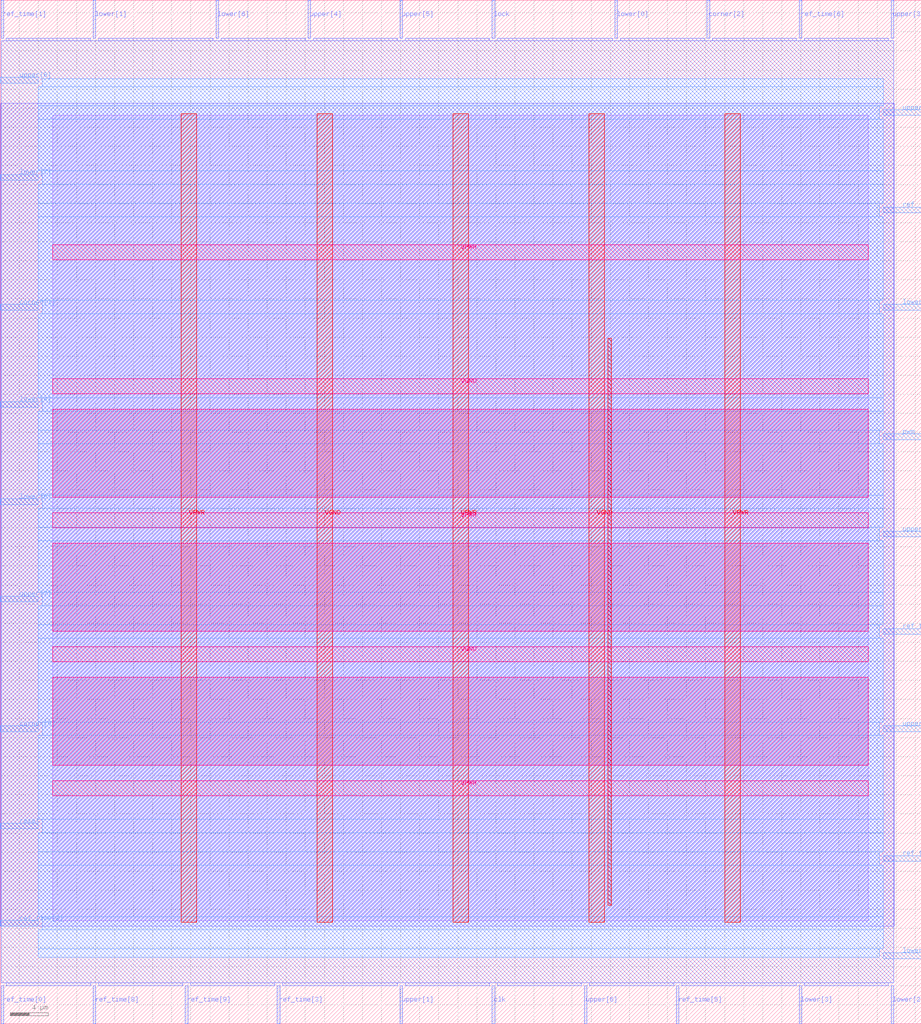
<source format=lef>
VERSION 5.7 ;
  NOWIREEXTENSIONATPIN ON ;
  DIVIDERCHAR "/" ;
  BUSBITCHARS "[]" ;
MACRO fll_wrapper_2
  CLASS BLOCK ;
  FOREIGN fll_wrapper_2 ;
  ORIGIN 0.000 0.000 ;
  SIZE 96.625 BY 107.345 ;
  PIN VGND
    DIRECTION INPUT ;
    USE GROUND ;
    PORT
      LAYER met5 ;
        RECT 5.520 37.945 91.080 39.545 ;
    END
    PORT
      LAYER met5 ;
        RECT 5.520 66.055 91.080 67.655 ;
    END
    PORT
      LAYER met4 ;
        RECT 33.240 10.640 34.840 95.440 ;
    END
    PORT
      LAYER met4 ;
        RECT 61.760 10.640 63.360 95.440 ;
    END
  END VGND
  PIN VPWR
    DIRECTION INPUT ;
    USE POWER ;
    PORT
      LAYER met5 ;
        RECT 5.520 23.895 91.080 25.495 ;
    END
    PORT
      LAYER met5 ;
        RECT 5.520 52.000 91.080 53.600 ;
    END
    PORT
      LAYER met5 ;
        RECT 5.520 80.105 91.080 81.705 ;
    END
    PORT
      LAYER met4 ;
        RECT 18.980 10.640 20.580 95.440 ;
    END
    PORT
      LAYER met4 ;
        RECT 47.500 10.640 49.100 95.440 ;
    END
    PORT
      LAYER met4 ;
        RECT 76.020 10.640 77.620 95.440 ;
    END
  END VPWR
  PIN clk
    DIRECTION INPUT ;
    USE SIGNAL ;
    PORT
      LAYER met2 ;
        RECT 51.610 0.000 51.890 4.000 ;
    END
  END clk
  PIN corner[0]
    DIRECTION OUTPUT TRISTATE ;
    USE SIGNAL ;
    PORT
      LAYER met3 ;
        RECT 0.000 30.640 4.000 31.240 ;
    END
  END corner[0]
  PIN corner[1]
    DIRECTION OUTPUT TRISTATE ;
    USE SIGNAL ;
    PORT
      LAYER met3 ;
        RECT 0.000 74.840 4.000 75.440 ;
    END
  END corner[1]
  PIN corner[2]
    DIRECTION OUTPUT TRISTATE ;
    USE SIGNAL ;
    PORT
      LAYER met2 ;
        RECT 74.150 103.345 74.430 107.345 ;
    END
  END corner[2]
  PIN lock
    DIRECTION OUTPUT TRISTATE ;
    USE SIGNAL ;
    PORT
      LAYER met2 ;
        RECT 51.610 103.345 51.890 107.345 ;
    END
  END lock
  PIN lower[0]
    DIRECTION INPUT ;
    USE SIGNAL ;
    PORT
      LAYER met2 ;
        RECT 64.490 103.345 64.770 107.345 ;
    END
  END lower[0]
  PIN lower[1]
    DIRECTION INPUT ;
    USE SIGNAL ;
    PORT
      LAYER met2 ;
        RECT 9.750 103.345 10.030 107.345 ;
    END
  END lower[1]
  PIN lower[2]
    DIRECTION INPUT ;
    USE SIGNAL ;
    PORT
      LAYER met2 ;
        RECT 93.470 0.000 93.750 4.000 ;
    END
  END lower[2]
  PIN lower[3]
    DIRECTION INPUT ;
    USE SIGNAL ;
    PORT
      LAYER met2 ;
        RECT 83.810 0.000 84.090 4.000 ;
    END
  END lower[3]
  PIN lower[4]
    DIRECTION INPUT ;
    USE SIGNAL ;
    PORT
      LAYER met3 ;
        RECT 0.000 64.640 4.000 65.240 ;
    END
  END lower[4]
  PIN lower[5]
    DIRECTION INPUT ;
    USE SIGNAL ;
    PORT
      LAYER met3 ;
        RECT 92.625 74.840 96.625 75.440 ;
    END
  END lower[5]
  PIN lower[6]
    DIRECTION INPUT ;
    USE SIGNAL ;
    PORT
      LAYER met2 ;
        RECT 22.630 103.345 22.910 107.345 ;
    END
  END lower[6]
  PIN lower[7]
    DIRECTION INPUT ;
    USE SIGNAL ;
    PORT
      LAYER met3 ;
        RECT 0.000 88.440 4.000 89.040 ;
    END
  END lower[7]
  PIN lower[8]
    DIRECTION INPUT ;
    USE SIGNAL ;
    PORT
      LAYER met3 ;
        RECT 0.000 54.440 4.000 55.040 ;
    END
  END lower[8]
  PIN lower[9]
    DIRECTION INPUT ;
    USE SIGNAL ;
    PORT
      LAYER met3 ;
        RECT 92.625 6.840 96.625 7.440 ;
    END
  END lower[9]
  PIN pwm
    DIRECTION OUTPUT TRISTATE ;
    USE SIGNAL ;
    PORT
      LAYER met3 ;
        RECT 92.625 61.240 96.625 61.840 ;
    END
  END pwm
  PIN ref
    DIRECTION INPUT ;
    USE SIGNAL ;
    PORT
      LAYER met3 ;
        RECT 92.625 85.040 96.625 85.640 ;
    END
  END ref
  PIN ref_time[0]
    DIRECTION INPUT ;
    USE SIGNAL ;
    PORT
      LAYER met2 ;
        RECT 0.090 0.000 0.370 4.000 ;
    END
  END ref_time[0]
  PIN ref_time[1]
    DIRECTION INPUT ;
    USE SIGNAL ;
    PORT
      LAYER met2 ;
        RECT 0.090 103.345 0.370 107.345 ;
    END
  END ref_time[1]
  PIN ref_time[2]
    DIRECTION INPUT ;
    USE SIGNAL ;
    PORT
      LAYER met3 ;
        RECT 0.000 10.240 4.000 10.840 ;
    END
  END ref_time[2]
  PIN ref_time[3]
    DIRECTION INPUT ;
    USE SIGNAL ;
    PORT
      LAYER met2 ;
        RECT 29.070 0.000 29.350 4.000 ;
    END
  END ref_time[3]
  PIN ref_time[4]
    DIRECTION INPUT ;
    USE SIGNAL ;
    PORT
      LAYER met3 ;
        RECT 92.625 40.840 96.625 41.440 ;
    END
  END ref_time[4]
  PIN ref_time[5]
    DIRECTION INPUT ;
    USE SIGNAL ;
    PORT
      LAYER met2 ;
        RECT 70.930 0.000 71.210 4.000 ;
    END
  END ref_time[5]
  PIN ref_time[6]
    DIRECTION INPUT ;
    USE SIGNAL ;
    PORT
      LAYER met2 ;
        RECT 83.810 103.345 84.090 107.345 ;
    END
  END ref_time[6]
  PIN ref_time[7]
    DIRECTION INPUT ;
    USE SIGNAL ;
    PORT
      LAYER met3 ;
        RECT 92.625 17.040 96.625 17.640 ;
    END
  END ref_time[7]
  PIN ref_time[8]
    DIRECTION INPUT ;
    USE SIGNAL ;
    PORT
      LAYER met2 ;
        RECT 9.750 0.000 10.030 4.000 ;
    END
  END ref_time[8]
  PIN ref_time[9]
    DIRECTION INPUT ;
    USE SIGNAL ;
    PORT
      LAYER met2 ;
        RECT 19.410 0.000 19.690 4.000 ;
    END
  END ref_time[9]
  PIN reset
    DIRECTION INPUT ;
    USE SIGNAL ;
    PORT
      LAYER met3 ;
        RECT 0.000 20.440 4.000 21.040 ;
    END
  END reset
  PIN upper[0]
    DIRECTION INPUT ;
    USE SIGNAL ;
    PORT
      LAYER met3 ;
        RECT 92.625 30.640 96.625 31.240 ;
    END
  END upper[0]
  PIN upper[1]
    DIRECTION INPUT ;
    USE SIGNAL ;
    PORT
      LAYER met2 ;
        RECT 41.950 0.000 42.230 4.000 ;
    END
  END upper[1]
  PIN upper[2]
    DIRECTION INPUT ;
    USE SIGNAL ;
    PORT
      LAYER met3 ;
        RECT 92.625 95.240 96.625 95.840 ;
    END
  END upper[2]
  PIN upper[3]
    DIRECTION INPUT ;
    USE SIGNAL ;
    PORT
      LAYER met2 ;
        RECT 93.470 103.345 93.750 107.345 ;
    END
  END upper[3]
  PIN upper[4]
    DIRECTION INPUT ;
    USE SIGNAL ;
    PORT
      LAYER met2 ;
        RECT 32.290 103.345 32.570 107.345 ;
    END
  END upper[4]
  PIN upper[5]
    DIRECTION INPUT ;
    USE SIGNAL ;
    PORT
      LAYER met2 ;
        RECT 41.950 103.345 42.230 107.345 ;
    END
  END upper[5]
  PIN upper[6]
    DIRECTION INPUT ;
    USE SIGNAL ;
    PORT
      LAYER met2 ;
        RECT 61.270 0.000 61.550 4.000 ;
    END
  END upper[6]
  PIN upper[7]
    DIRECTION INPUT ;
    USE SIGNAL ;
    PORT
      LAYER met3 ;
        RECT 0.000 44.240 4.000 44.840 ;
    END
  END upper[7]
  PIN upper[8]
    DIRECTION INPUT ;
    USE SIGNAL ;
    PORT
      LAYER met3 ;
        RECT 0.000 98.640 4.000 99.240 ;
    END
  END upper[8]
  PIN upper[9]
    DIRECTION INPUT ;
    USE SIGNAL ;
    PORT
      LAYER met3 ;
        RECT 92.625 51.040 96.625 51.640 ;
    END
  END upper[9]
  OBS
      LAYER li1 ;
        RECT 5.520 10.795 91.080 95.285 ;
      LAYER met1 ;
        RECT 0.070 10.240 93.770 96.520 ;
      LAYER met2 ;
        RECT 0.650 103.065 9.470 103.345 ;
        RECT 10.310 103.065 22.350 103.345 ;
        RECT 23.190 103.065 32.010 103.345 ;
        RECT 32.850 103.065 41.670 103.345 ;
        RECT 42.510 103.065 51.330 103.345 ;
        RECT 52.170 103.065 64.210 103.345 ;
        RECT 65.050 103.065 73.870 103.345 ;
        RECT 74.710 103.065 83.530 103.345 ;
        RECT 84.370 103.065 93.190 103.345 ;
        RECT 0.100 4.280 93.740 103.065 ;
        RECT 0.650 4.000 9.470 4.280 ;
        RECT 10.310 4.000 19.130 4.280 ;
        RECT 19.970 4.000 28.790 4.280 ;
        RECT 29.630 4.000 41.670 4.280 ;
        RECT 42.510 4.000 51.330 4.280 ;
        RECT 52.170 4.000 60.990 4.280 ;
        RECT 61.830 4.000 70.650 4.280 ;
        RECT 71.490 4.000 83.530 4.280 ;
        RECT 84.370 4.000 93.190 4.280 ;
      LAYER met3 ;
        RECT 4.400 98.240 92.625 99.105 ;
        RECT 4.000 96.240 92.625 98.240 ;
        RECT 4.000 94.840 92.225 96.240 ;
        RECT 4.000 89.440 92.625 94.840 ;
        RECT 4.400 88.040 92.625 89.440 ;
        RECT 4.000 86.040 92.625 88.040 ;
        RECT 4.000 84.640 92.225 86.040 ;
        RECT 4.000 75.840 92.625 84.640 ;
        RECT 4.400 74.440 92.225 75.840 ;
        RECT 4.000 65.640 92.625 74.440 ;
        RECT 4.400 64.240 92.625 65.640 ;
        RECT 4.000 62.240 92.625 64.240 ;
        RECT 4.000 60.840 92.225 62.240 ;
        RECT 4.000 55.440 92.625 60.840 ;
        RECT 4.400 54.040 92.625 55.440 ;
        RECT 4.000 52.040 92.625 54.040 ;
        RECT 4.000 50.640 92.225 52.040 ;
        RECT 4.000 45.240 92.625 50.640 ;
        RECT 4.400 43.840 92.625 45.240 ;
        RECT 4.000 41.840 92.625 43.840 ;
        RECT 4.000 40.440 92.225 41.840 ;
        RECT 4.000 31.640 92.625 40.440 ;
        RECT 4.400 30.240 92.225 31.640 ;
        RECT 4.000 21.440 92.625 30.240 ;
        RECT 4.400 20.040 92.625 21.440 ;
        RECT 4.000 18.040 92.625 20.040 ;
        RECT 4.000 16.640 92.225 18.040 ;
        RECT 4.000 11.240 92.625 16.640 ;
        RECT 4.400 9.840 92.625 11.240 ;
        RECT 4.000 7.840 92.625 9.840 ;
        RECT 4.000 6.975 92.225 7.840 ;
      LAYER met4 ;
        RECT 63.775 12.415 64.105 71.905 ;
      LAYER met5 ;
        RECT 5.520 55.200 91.080 64.455 ;
        RECT 5.520 41.145 91.080 50.400 ;
        RECT 5.520 27.095 91.080 36.345 ;
  END
END fll_wrapper_2
END LIBRARY


</source>
